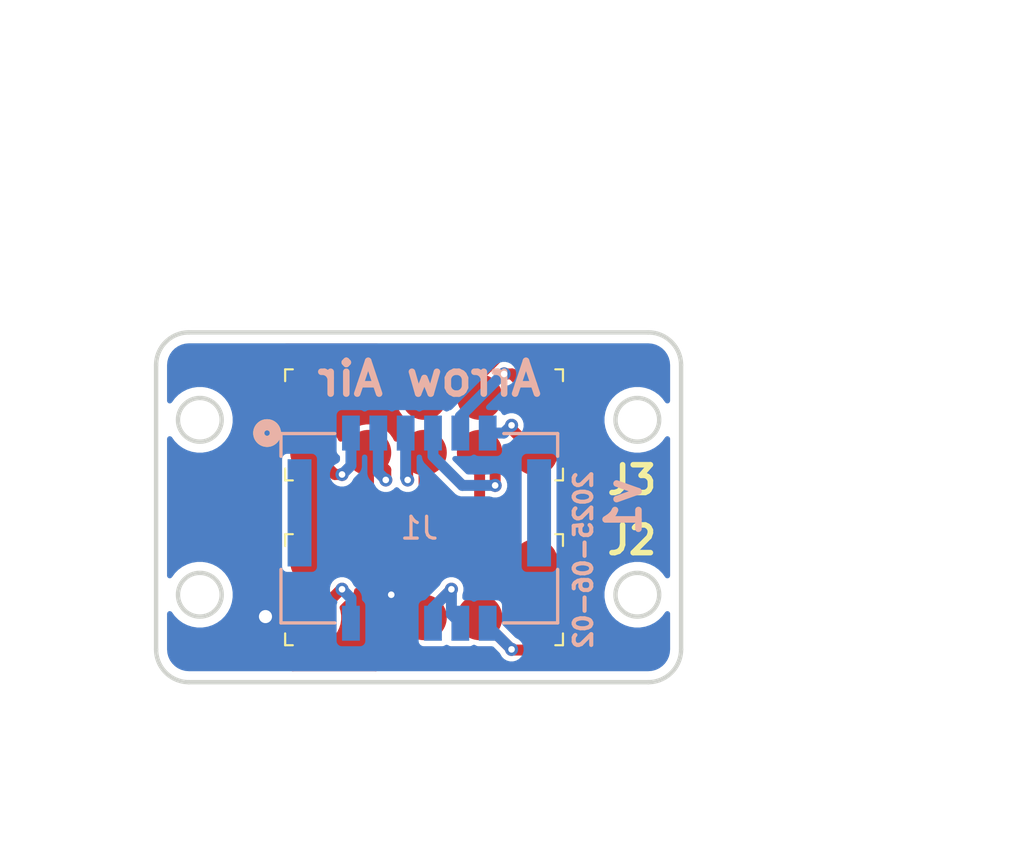
<source format=kicad_pcb>
(kicad_pcb (version 20241229) (generator "pcbnew") (generator_version "9.0")
  (layers (0 "F.Cu" signal) (2 "B.Cu" signal) (13 "F.Paste" user) (15 "B.Paste" user) (5 "F.SilkS" user "F.Silkscreen") (7 "B.SilkS" user "B.Silkscreen") (1 "F.Mask" user) (3 "B.Mask" user) (25 "Edge.Cuts" user))
  (net 0 "")
  (net 1 "GND")
  (net 2 "ETH_TX+")
  (net 3 "12VSW")
  (net 4 "ETH_TX-")
  (net 5 "FMU_CH1")
  (net 6 "ETH_RX+")
  (net 7 "ETH_RX-")
  (net 8 "+12V")
  (net 9 "CAN1_N")
  (net 10 "CAN1_P")
  (footprint "Molex 2077601281:8132201030000101" (layer "F.Cu") (at 110.25 136.54)
    (property "Reference" "J2" (at 9.5 -2.04 0) (layer "F.SilkS") (effects (font (size 1.27 1.27) (thickness 0.254))))
    (property "Value" "813-22-010-30-000101" (hide yes))
    (fp_line (start -6.35 -2.31) (end -6 -2.31) (stroke (width 0.1)) (layer "F.SilkS"))
    (fp_line (start -6.35 -1.77) (end -6.35 -2.31) (stroke (width 0.1)) (layer "F.SilkS"))
    (fp_line (start -6.35 2.23) (end -6.35 2.77) (stroke (width 0.1)) (layer "F.SilkS"))
    (fp_line (start -6.35 2.77) (end -6 2.77) (stroke (width 0.1)) (layer "F.SilkS"))
    (fp_line (start 6 -2.31) (end 6.35 -2.31) (stroke (width 0.1)) (layer "F.SilkS"))
    (fp_line (start 6.35 -2.31) (end 6.35 -1.77) (stroke (width 0.1)) (layer "F.SilkS"))
    (fp_line (start 6.35 2.23) (end 6.35 2.77) (stroke (width 0.1)) (layer "F.SilkS"))
    (fp_line (start 6.35 2.77) (end 6 2.77) (stroke (width 0.1)) (layer "F.SilkS"))
    (pad "1" smd circle (at -5.08 -1.04 270) (size 2.08 2.08) (layers "F.Cu" "F.Mask" "F.Paste") (net 6 "ETH_RX+"))
    (pad "2" smd circle (at -5.08 1.5 270) (size 2.08 2.08) (layers "F.Cu" "F.Mask" "F.Paste") (net 3 "12VSW"))
    (pad "3" smd circle (at -2.54 -1.04 270) (size 2.08 2.08) (layers "F.Cu" "F.Mask" "F.Paste") (net 7 "ETH_RX-"))
    (pad "4" smd circle (at -2.54 1.5 270) (size 2.08 2.08) (layers "F.Cu" "F.Mask" "F.Paste") (net 1 "GND"))
    (pad "5" smd circle (at 0 -1.04 270) (size 2.08 2.08) (layers "F.Cu" "F.Mask" "F.Paste") (net 2 "ETH_TX+"))
    (pad "6" smd circle (at 0 1.5 270) (size 2.08 2.08) (layers "F.Cu" "F.Mask" "F.Paste") (net 8 "+12V"))
    (pad "7" smd circle (at 2.54 -1.04 270) (size 2.08 2.08) (layers "F.Cu" "F.Mask" "F.Paste") (net 4 "ETH_TX-"))
    (pad "8" smd circle (at 2.54 1.5 270) (size 2.08 2.08) (layers "F.Cu" "F.Mask" "F.Paste") (net 5 "FMU_CH1"))
    (pad "9" smd circle (at 5.08 -1.04 270) (size 2.08 2.08) (layers "F.Cu" "F.Mask" "F.Paste") (net 10 "CAN1_P"))
    (pad "10" smd circle (at 5.08 1.5 270) (size 2.08 2.08) (layers "F.Cu" "F.Mask" "F.Paste") (net 9 "CAN1_N"))
  )
  (footprint "Molex 2077601281:419-10-210-30-054000" (layer "F.Cu") (at 110.25 129)
    (property "Reference" "J3" (at 9.5 2.75 0) (layer "F.SilkS") (effects (font (size 1.27 1.27) (thickness 0.254))))
    (property "Value" "419-10-210-30-054000" (hide yes))
    (fp_line (start -6.35 -2.31) (end -6 -2.31) (stroke (width 0.1)) (layer "F.SilkS"))
    (fp_line (start -6.35 -1.77) (end -6.35 -2.31) (stroke (width 0.1)) (layer "F.SilkS"))
    (fp_line (start -6.35 2.23) (end -6.35 2.77) (stroke (width 0.1)) (layer "F.SilkS"))
    (fp_line (start -6.35 2.77) (end -6 2.77) (stroke (width 0.1)) (layer "F.SilkS"))
    (fp_line (start 6 2.77) (end 6.35 2.77) (stroke (width 0.1)) (layer "F.SilkS"))
    (fp_line (start 6.35 -2.31) (end 6 -2.31) (stroke (width 0.1)) (layer "F.SilkS"))
    (fp_line (start 6.35 -1.77) (end 6.35 -2.31) (stroke (width 0.1)) (layer "F.SilkS"))
    (fp_line (start 6.35 2.77) (end 6.35 2.23) (stroke (width 0.1)) (layer "F.SilkS"))
    (pad "1" smd circle (at -5.08 1.5 90) (size 2.08 2.08) (layers "F.Cu" "F.Mask" "F.Paste") (net 6 "ETH_RX+"))
    (pad "2" smd circle (at -5.08 -1.04 90) (size 2.08 2.08) (layers "F.Cu" "F.Mask" "F.Paste") (net 3 "12VSW"))
    (pad "3" smd circle (at -2.54 1.5 90) (size 2.08 2.08) (layers "F.Cu" "F.Mask" "F.Paste") (net 7 "ETH_RX-"))
    (pad "4" smd circle (at -2.54 -1.04 90) (size 2.08 2.08) (layers "F.Cu" "F.Mask" "F.Paste") (net 1 "GND"))
    (pad "5" smd circle (at 0 1.5 90) (size 2.08 2.08) (layers "F.Cu" "F.Mask" "F.Paste") (net 2 "ETH_TX+"))
    (pad "6" smd circle (at 0 -1.04 90) (size 2.08 2.08) (layers "F.Cu" "F.Mask" "F.Paste") (net 8 "+12V"))
    (pad "7" smd circle (at 2.54 1.5 90) (size 2.08 2.08) (layers "F.Cu" "F.Mask" "F.Paste") (net 4 "ETH_TX-"))
    (pad "8" smd circle (at 2.54 -1.04 90) (size 2.08 2.08) (layers "F.Cu" "F.Mask" "F.Paste") (net 5 "FMU_CH1"))
    (pad "9" smd circle (at 5.08 1.5 90) (size 2.08 2.08) (layers "F.Cu" "F.Mask" "F.Paste") (net 10 "CAN1_P"))
    (pad "10" smd circle (at 5.08 -1.04 90) (size 2.08 2.08) (layers "F.Cu" "F.Mask" "F.Paste") (net 9 "CAN1_N"))
  )
  (footprint "Molex 2077601281:CONN12_2077601281_MOL" (layer "B.Cu") (at 110.0334 133.958551 180)
    (property "Reference" "J1" (at 0 0.003701 0) (layer "B.SilkS") (effects (justify mirror)))
    (property "Value" "2077601281")
    (fp_circle (center 6.9596 4.353702) (end 7.3406 4.353702) (stroke (width 0.508)) (fill no) (layer "F.SilkS"))
    (fp_line (start 6.3246 4.3307) (end 3.86414 4.3307) (stroke (width 0.1524)) (layer "B.SilkS"))
    (fp_line (start 6.3246 3.291323) (end 6.3246 4.3307) (stroke (width 0.1524)) (layer "B.SilkS"))
    (fp_line (start 6.3246 -4.3307) (end 6.3246 -1.88367) (stroke (width 0.1524)) (layer "B.SilkS"))
    (fp_line (start 3.86414 -4.3307) (end 6.3246 -4.3307) (stroke (width 0.1524)) (layer "B.SilkS"))
    (fp_line (start -3.86414 4.3307) (end -6.3246 4.3307) (stroke (width 0.1524)) (layer "B.SilkS"))
    (fp_line (start -6.3246 4.3307) (end -6.3246 3.291323) (stroke (width 0.1524)) (layer "B.SilkS"))
    (fp_line (start -6.3246 -1.88367) (end -6.3246 -4.3307) (stroke (width 0.1524)) (layer "B.SilkS"))
    (fp_line (start -6.3246 -4.3307) (end -3.86414 -4.3307) (stroke (width 0.1524)) (layer "B.SilkS"))
    (fp_circle (center 6.9596 4.353702) (end 7.3406 4.353702) (stroke (width 0.508)) (fill no) (layer "B.SilkS"))
    (pad "1" smd rect (at 3.125 4.353702 180) (size 0.8128 1.6002) (layers "B.Cu" "B.Mask" "B.Paste") (net 6 "ETH_RX+"))
    (pad "2" smd rect (at 3.125 -4.346301 180) (size 0.8128 1.6002) (layers "B.Cu" "B.Mask" "B.Paste") (net 3 "12VSW"))
    (pad "3" smd rect (at 1.875 4.353702 180) (size 0.8128 1.6002) (layers "B.Cu" "B.Mask" "B.Paste") (net 7 "ETH_RX-"))
    (pad "4" smd rect (at 1.875 -4.346301 180) (size 0.8128 1.6002) (layers "B.Cu" "B.Mask" "B.Paste") (net 1 "GND"))
    (pad "5" smd rect (at 0.625 4.353702 180) (size 0.8128 1.6002) (layers "B.Cu" "B.Mask" "B.Paste") (net 2 "ETH_TX+"))
    (pad "6" smd rect (at 0.625 -4.346301 180) (size 0.8128 1.6002) (layers "B.Cu" "B.Mask" "B.Paste") (net 1 "GND"))
    (pad "7" smd rect (at -0.625 4.353702 180) (size 0.8128 1.6002) (layers "B.Cu" "B.Mask" "B.Paste") (net 4 "ETH_TX-"))
    (pad "8" smd rect (at -0.625 -4.346301 180) (size 0.8128 1.6002) (layers "B.Cu" "B.Mask" "B.Paste") (net 8 "+12V"))
    (pad "9" smd rect (at -1.875 4.353702 180) (size 0.8128 1.6002) (layers "B.Cu" "B.Mask" "B.Paste") (net 9 "CAN1_N"))
    (pad "10" smd rect (at -1.875 -4.346301 180) (size 0.8128 1.6002) (layers "B.Cu" "B.Mask" "B.Paste") (net 8 "+12V"))
    (pad "11" smd rect (at -3.125 4.353702 180) (size 0.8128 1.6002) (layers "B.Cu" "B.Mask" "B.Paste") (net 10 "CAN1_P"))
    (pad "12" smd rect (at -3.125 -4.346301 180) (size 0.8128 1.6002) (layers "B.Cu" "B.Mask" "B.Paste") (net 5 "FMU_CH1"))
    (pad "13" smd rect (at -5.475 0.703826 180) (size 1.0922 4.9022) (layers "B.Cu" "B.Mask" "B.Paste"))
    (pad "14" smd rect (at 5.475 0.703826 180) (size 1.0922 4.9022) (layers "B.Cu" "B.Mask" "B.Paste"))
  )
  (gr_arc (start 99.5 141) (mid 98.43934 140.56066) (end 98 139.5) (stroke (width 0.2)) (layer "Edge.Cuts"))
  (gr_arc (start 122 139.5) (mid 121.56066 140.56066) (end 120.5 141) (stroke (width 0.2)) (layer "Edge.Cuts"))
  (gr_line (start 98 139.5) (end 98 126.5) (stroke (width 0.2)) (layer "Edge.Cuts"))
  (gr_circle (center 120 137) (end 121 137) (stroke (width 0.2)) (fill no) (layer "Edge.Cuts"))
  (gr_circle (center 100 137) (end 101 137) (stroke (width 0.2)) (fill no) (layer "Edge.Cuts"))
  (gr_line (start 99.5 125) (end 120.5 125) (stroke (width 0.2)) (layer "Edge.Cuts"))
  (gr_line (start 122 126.5) (end 122 139.5) (stroke (width 0.2)) (layer "Edge.Cuts"))
  (gr_line (start 120.5 141) (end 99.5 141) (stroke (width 0.2)) (layer "Edge.Cuts"))
  (gr_circle (center 120 129) (end 121 129) (stroke (width 0.2)) (fill no) (layer "Edge.Cuts"))
  (gr_arc (start 120.5 125) (mid 121.56066 125.43934) (end 122 126.5) (stroke (width 0.2)) (layer "Edge.Cuts"))
  (gr_circle (center 100 129) (end 101 129) (stroke (width 0.2)) (fill no) (layer "Edge.Cuts"))
  (gr_arc (start 98 126.5) (mid 98.43934 125.43934) (end 99.5 125) (stroke (width 0.2)) (layer "Edge.Cuts"))
  (gr_text "v1" (at 120.25 131.5 90) (layer "B.SilkS") (effects (font (size 1.5 1.5) (thickness 0.3) (bold yes)) (justify left bottom mirror)))
  (gr_text "2025-06-02" (at 118 131.25 90) (layer "B.SilkS") (effects (font (size 0.8 0.8) (thickness 0.1875) (bold yes)) (justify left bottom mirror)))
  (gr_text "Arrow Air" (at 115.75 128 0) (layer "B.SilkS") (effects (font (size 1.5 1.5) (thickness 0.3) (bold yes)) (justify left bottom mirror)))
  (via (at 108.75 137) (size 0.6) (drill 0.3) (layers "F.Cu" "B.Cu") (net 1))
  (via (at 103 138) (size 0.9) (drill 0.6) (layers "F.Cu" "B.Cu") (net 1))
  (segment (start 109.4084 137.6584) (end 108.75 137) (width 0.5) (layer "B.Cu") (net 1))
  (segment (start 109.4084 138.304852) (end 109.4084 137.6584) (width 0.5) (layer "B.Cu") (net 1))
  (segment (start 108.1584 137.5916) (end 108.75 137) (width 0.5) (layer "B.Cu") (net 1))
  (segment (start 108.1584 138.304852) (end 108.1584 137.5916) (width 0.5) (layer "B.Cu") (net 1))
  (segment (start 109.5 131.25) (end 110.25 130.5) (width 0.5) (layer "F.Cu") (net 2))
  (segment (start 109.5 131.75) (end 109.5 131.25) (width 0.5) (layer "F.Cu") (net 2))
  (segment (start 110.21 135.46) (end 110.25 135.5) (width 0.5) (layer "F.Cu") (net 2))
  (segment (start 110.25 135.5) (end 110.25 130.5) (width 0.5) (layer "F.Cu") (net 2))
  (via (at 109.5 131.75) (size 0.6) (drill 0.3) (layers "F.Cu" "B.Cu") (net 2))
  (segment (start 109.4084 131.6584) (end 109.5 131.75) (width 0.5) (layer "B.Cu") (net 2))
  (segment (start 109.4084 129.604849) (end 109.4084 131.6584) (width 0.5) (layer "B.Cu") (net 2))
  (segment (start 103.5 136.37) (end 103.5 129.63) (width 0.5) (layer "F.Cu") (net 3))
  (segment (start 103.5 129.63) (end 105.17 127.96) (width 0.5) (layer "F.Cu") (net 3))
  (segment (start 106.46 136.75) (end 105.17 138.04) (width 0.5) (layer "F.Cu") (net 3))
  (segment (start 105.17 138.04) (end 103.5 136.37) (width 0.5) (layer "F.Cu") (net 3))
  (segment (start 106.5 136.75) (end 106.46 136.75) (width 0.5) (layer "F.Cu") (net 3))
  (via (at 106.5 136.75) (size 0.6) (drill 0.3) (layers "F.Cu" "B.Cu") (net 3))
  (segment (start 106.9084 138.304852) (end 106.9084 137.1584) (width 0.5) (layer "B.Cu") (net 3))
  (segment (start 106.9084 137.1584) (end 106.5 136.75) (width 0.5) (layer "B.Cu") (net 3))
  (segment (start 113.5 132) (end 113.5 131.21) (width 0.5) (layer "F.Cu") (net 4))
  (segment (start 113.5 131.21) (end 112.79 130.5) (width 0.5) (layer "F.Cu") (net 4))
  (segment (start 112.79 130.5) (end 112.79 135.5) (width 0.5) (layer "F.Cu") (net 4))
  (via (at 113.5 132) (size 0.6) (drill 0.3) (layers "F.Cu" "B.Cu") (net 4))
  (segment (start 112 132) (end 113.5 132) (width 0.5) (layer "B.Cu") (net 4))
  (segment (start 110.6584 129.604849) (end 110.6584 130.6584) (width 0.5) (layer "B.Cu") (net 4))
  (segment (start 110.6584 130.6584) (end 112 132) (width 0.5) (layer "B.Cu") (net 4))
  (segment (start 118 138.5) (end 118 136.84743) (width 0.5) (layer "F.Cu") (net 5))
  (segment (start 117 126) (end 113.75 126) (width 0.5) (layer "F.Cu") (net 5))
  (segment (start 112.79 126.96) (end 112.79 127.96) (width 0.5) (layer "F.Cu") (net 5))
  (segment (start 118.249 128.274712) (end 118.276 128.247712) (width 0.5) (layer "F.Cu") (net 5))
  (segment (start 118.276 129.752288) (end 118.249 129.725288) (width 0.5) (layer "F.Cu") (net 5))
  (segment (start 112.79 138.04) (end 114.281 139.531) (width 0.5) (layer "F.Cu") (net 5))
  (segment (start 118.276 128.247712) (end 118.276 127.276) (width 0.5) (layer "F.Cu") (net 5))
  (segment (start 118.249 129.725288) (end 118.249 128.274712) (width 0.5) (layer "F.Cu") (net 5))
  (segment (start 116.969 139.531) (end 118 138.5) (width 0.5) (layer "F.Cu") (net 5))
  (segment (start 118 136.84743) (end 118.276 136.57143) (width 0.5) (layer "F.Cu") (net 5))
  (segment (start 113.75 126) (end 112.79 126.96) (width 0.5) (layer "F.Cu") (net 5))
  (segment (start 114.281 139.531) (end 116.969 139.531) (width 0.5) (layer "F.Cu") (net 5))
  (segment (start 112.25 138.58) (end 112.79 138.04) (width 0.5) (layer "F.Cu") (net 5))
  (segment (start 118.276 127.276) (end 117 126) (width 0.5) (layer "F.Cu") (net 5))
  (segment (start 118.276 136.57143) (end 118.276 129.752288) (width 0.5) (layer "F.Cu") (net 5))
  (via (at 114.25 139.5) (size 0.6) (drill 0.3) (layers "F.Cu" "B.Cu") (net 5))
  (segment (start 113.1584 138.4084) (end 114.25 139.5) (width 0.5) (layer "B.Cu") (net 5))
  (segment (start 113.1584 138.304852) (end 113.1584 138.4084) (width 0.5) (layer "B.Cu") (net 5))
  (segment (start 105.17 135.5) (end 105.17 130.5) (width 0.5) (layer "F.Cu") (net 6))
  (segment (start 106.17 131.5) (end 105.17 130.5) (width 0.5) (layer "F.Cu") (net 6))
  (segment (start 106.5 131.5) (end 106.17 131.5) (width 0.5) (layer "F.Cu") (net 6))
  (segment (start 105.13 135.46) (end 105.17 135.5) (width 0.5) (layer "F.Cu") (net 6))
  (via (at 106.5 131.5) (size 0.6) (drill 0.3) (layers "F.Cu" "B.Cu") (net 6))
  (segment (start 106.9084 129.604849) (end 106.9084 131.0916) (width 0.5) (layer "B.Cu") (net 6))
  (segment (start 106.9084 131.0916) (end 106.5 131.5) (width 0.5) (layer "B.Cu") (net 6))
  (segment (start 107.71 130.5) (end 107.71 135.5) (width 0.5) (layer "F.Cu") (net 7))
  (segment (start 108.5 131.29) (end 107.71 130.5) (width 0.5) (layer "F.Cu") (net 7))
  (segment (start 107.71 130.54) (end 107.67 130.5) (width 0.5) (layer "F.Cu") (net 7))
  (segment (start 108.5 131.75) (end 108.5 131.29) (width 0.5) (layer "F.Cu") (net 7))
  (via (at 108.5 131.75) (size 0.6) (drill 0.3) (layers "F.Cu" "B.Cu") (net 7))
  (segment (start 108.1584 129.604849) (end 108.1584 131.4084) (width 0.5) (layer "B.Cu") (net 7))
  (segment (start 108.1584 131.4084) (end 108.5 131.75) (width 0.5) (layer "B.Cu") (net 7))
  (segment (start 103 140) (end 102.75 139.75) (width 0.5) (layer "F.Cu") (net 8))
  (segment (start 108.04 140.25) (end 104.25 140.25) (width 0.5) (layer "F.Cu") (net 8))
  (segment (start 110.25 138) (end 111.5 136.75) (width 0.5) (layer "F.Cu") (net 8))
  (segment (start 102.720777 139.75) (end 102.099 139.128223) (width 0.5) (layer "F.Cu") (net 8))
  (segment (start 104.25 140.25) (end 104 140) (width 0.5) (layer "F.Cu") (net 8))
  (segment (start 108.04 125.75) (end 110.25 127.96) (width 0.5) (layer "F.Cu") (net 8))
  (segment (start 102.75 139.75) (end 102.720777 139.75) (width 0.5) (layer "F.Cu") (net 8))
  (segment (start 102.099 139.128223) (end 102.099 127.651) (width 0.5) (layer "F.Cu") (net 8))
  (segment (start 102.099 127.651) (end 104 125.75) (width 0.5) (layer "F.Cu") (net 8))
  (segment (start 110.25 138.04) (end 108.04 140.25) (width 0.5) (layer "F.Cu") (net 8))
  (segment (start 110.25 138.04) (end 110.25 138) (width 0.5) (layer "F.Cu") (net 8))
  (segment (start 104 125.75) (end 108.04 125.75) (width 0.5) (layer "F.Cu") (net 8))
  (segment (start 104 140) (end 103 140) (width 0.5) (layer "F.Cu") (net 8))
  (via (at 111.5 136.75) (size 0.6) (drill 0.3) (layers "F.Cu" "B.Cu") (net 8))
  (segment (start 111.5 137.896452) (end 111.9084 138.304852) (width 0.5) (layer "B.Cu") (net 8))
  (segment (start 110.6584 138.304852) (end 110.6584 137.5916) (width 0.5) (layer "B.Cu") (net 8))
  (segment (start 111.5 136.75) (end 111.5 137.896452) (width 0.5) (layer "B.Cu") (net 8))
  (segment (start 110.6584 137.5916) (end 111.5 136.75) (width 0.5) (layer "B.Cu") (net 8))
  (segment (start 117.073197 136.995001) (end 116.374999 136.995001) (width 0.2) (layer "F.Cu") (net 9))
  (segment (start 116.374999 136.995001) (end 115.33 138.04) (width 0.2) (layer "F.Cu") (net 9))
  (segment (start 115.33 127.96) (end 116.374999 129.004999) (width 0.2) (layer "F.Cu") (net 9))
  (segment (start 114.271385 126.901385) (end 115.33 127.96) (width 0.5) (layer "F.Cu") (net 9))
  (segment (start 116.374999 129.004999) (end 116.823197 129.004999) (width 0.2) (layer "F.Cu") (net 9))
  (segment (start 117.725 136.343198) (end 117.073197 136.995001) (width 0.2) (layer "F.Cu") (net 9))
  (segment (start 116.823197 129.004999) (end 117.725 129.906802) (width 0.2) (layer "F.Cu") (net 9))
  (segment (start 113.909277 126.901385) (end 114.271385 126.901385) (width 0.5) (layer "F.Cu") (net 9))
  (segment (start 117.725 129.906802) (end 117.725 136.343198) (width 0.2) (layer "F.Cu") (net 9))
  (via (at 113.909277 126.901385) (size 0.6) (drill 0.3) (layers "F.Cu" "B.Cu") (net 9))
  (segment (start 111.9084 128.8416) (end 113.848615 126.901385) (width 0.5) (layer "B.Cu") (net 9))
  (segment (start 113.848615 126.901385) (end 113.909277 126.901385) (width 0.5) (layer "B.Cu") (net 9))
  (segment (start 111.9084 129.604849) (end 111.9084 128.8416) (width 0.5) (layer "B.Cu") (net 9))
  (segment (start 117.275 130.093198) (end 117.275 136.156802) (width 0.2) (layer "F.Cu") (net 10))
  (segment (start 115.33 130.5) (end 116.374999 129.455001) (width 0.2) (layer "F.Cu") (net 10))
  (segment (start 116.636803 129.455001) (end 117.275 130.093198) (width 0.2) (layer "F.Cu") (net 10))
  (segment (start 114.25 129.25) (end 114.25 129.42) (width 0.5) (layer "F.Cu") (net 10))
  (segment (start 116.374999 136.544999) (end 115.33 135.5) (width 0.2) (layer "F.Cu") (net 10))
  (segment (start 114.25 129.42) (end 115.33 130.5) (width 0.5) (layer "F.Cu") (net 10))
  (segment (start 117.275 136.156802) (end 116.886803 136.544999) (width 0.2) (layer "F.Cu") (net 10))
  (segment (start 116.886803 136.544999) (end 116.374999 136.544999) (width 0.2) (layer "F.Cu") (net 10))
  (segment (start 116.374999 129.455001) (end 116.636803 129.455001) (width 0.2) (layer "F.Cu") (net 10))
  (via (at 114.25 129.25) (size 0.6) (drill 0.3) (layers "F.Cu" "B.Cu") (net 10))
  (segment (start 113.1584 129.604849) (end 113.895151 129.604849) (width 0.5) (layer "B.Cu") (net 10))
  (segment (start 113.895151 129.604849) (end 114.25 129.25) (width 0.5) (layer "B.Cu") (net 10))
  (zone (net 1) (net_name "GND") (layers "F.Cu" "B.Cu") (connect_pads yes (clearance 0.25)) (min_thickness 0.25) (fill yes (thermal_gap 0.5) (thermal_bridge_width 0.5))
    (polygon (pts (xy 96.5 123.5) (xy 123.75 123.5) (xy 123.75 143.25) (xy 96.5 143.25)))
  )
)
</source>
